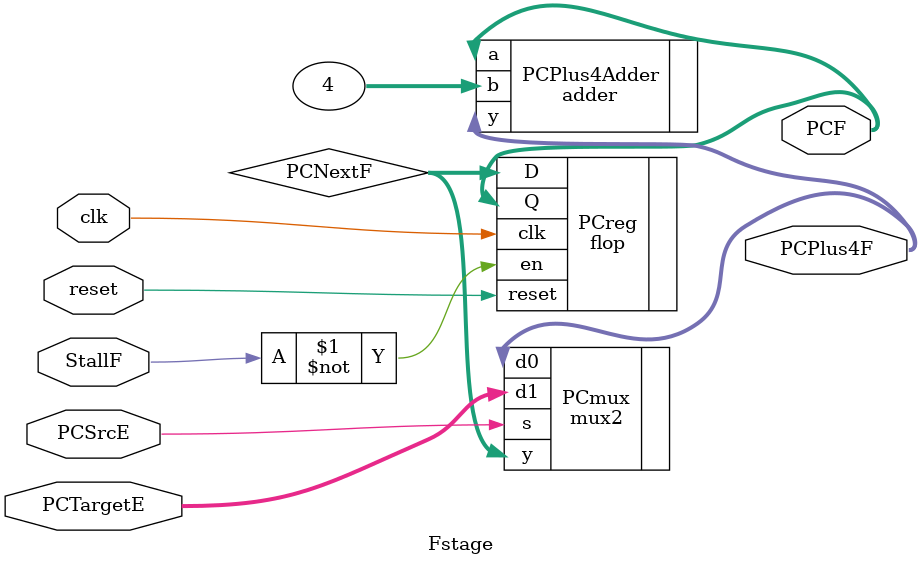
<source format=v>
`timescale 1ns / 1ps


module Fstage(input clk, reset,
              input [31:0] PCTargetE,
              input PCSrcE, StallF,
              output [31:0] PCF, PCPlus4F);

    //Intermedoate PC value
    wire [31:0] PCNextF;
    
    //PC Register logic
    mux2 PCmux(.d0 (PCPlus4F),
               .d1 (PCTargetE),
               .s (PCSrcE), 
               .y (PCNextF));
    
    flop PCreg(.clk (clk),
               .en (~StallF), 
               .reset (reset),
               .D (PCNextF),
               .Q (PCF));

    adder PCPlus4Adder(.a (PCF),
                       .b (4),
                       .y (PCPlus4F));

endmodule

</source>
